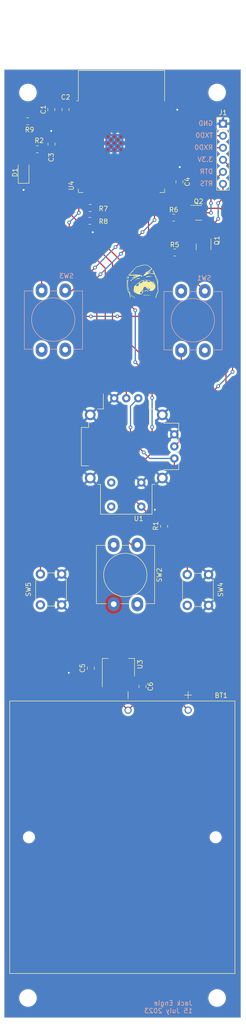
<source format=kicad_pcb>
(kicad_pcb (version 20221018) (generator pcbnew)
  (title_block (title "ESP32 Bluetooth Mouse (MKT C1)") (date "2023-07-15"))
  (layers (0 "F.Cu" signal) (31 "B.Cu" power) (34 "B.Paste" user) (35 "F.Paste" user) (36 "B.SilkS" user "B.Silkscreen") (37 "F.SilkS" user "F.Silkscreen") (38 "B.Mask" user) (39 "F.Mask" user) (44 "Edge.Cuts" user))
  (net 0 "")
  (net 1 "+3.3V")
  (net 2 "GND")
  (net 3 "/EN")
  (net 4 "/IO0")
  (net 5 "+BATT")
  (net 6 "Net-(J1-Pin_2)")
  (net 7 "Net-(Q1-B)")
  (net 8 "/RTS")
  (net 9 "Net-(Q2-B)")
  (net 10 "/DTR")
  (net 11 "unconnected-(R1-Pad2)")
  (net 12 "Net-(U1-H)")
  (net 13 "Net-(U1-V)")
  (net 14 "Net-(J1-Pin_3)")
  (net 15 "Net-(D1-A)")
  (net 16 "Net-(U4-IO2)")
  (net 17 "Net-(U4-IO4)")
  (net 18 "Net-(U4-IO15)")
  (footprint "Button_Switch_THT:SW_PUSH_6mm" (layer "F.Cu") (at 87.63 154.074 90)
    (fp_text reference "SW5" (at 3.25 -2.54 90) (layer "F.SilkS"))
    (fp_text value "SW_Push")
    (pad "1" thru_hole circle (at 0 0 180) (size 2 2) (drill 1.1) (layers "*.Cu" "*.Mask") (net 3 "/EN"))
    (pad "1" thru_hole circle (at 6.5 0 180) (size 2 2) (drill 1.1) (layers "*.Cu" "*.Mask") (net 3 "/EN"))
    (pad "2" thru_hole circle (at 0 4.5 180) (size 2 2) (drill 1.1) (layers "*.Cu" "*.Mask") (net 2 "GND"))
    (pad "2" thru_hole circle (at 6.5 4.5 180) (size 2 2) (drill 1.1) (layers "*.Cu" "*.Mask") (net 2 "GND"))
  )
  (footprint "Button_Switch_THT:SW_PUSH_6mm" (layer "F.Cu") (at 118.69 154.178 90)
    (fp_text reference "SW4" (at 3.302 7.04 90) (layer "F.SilkS"))
    (fp_text value "SW_Push")
    (pad "1" thru_hole circle (at 0 0 180) (size 2 2) (drill 1.1) (layers "*.Cu" "*.Mask") (net 4 "/IO0"))
    (pad "1" thru_hole circle (at 6.5 0 180) (size 2 2) (drill 1.1) (layers "*.Cu" "*.Mask") (net 4 "/IO0"))
    (pad "2" thru_hole circle (at 0 4.5 180) (size 2 2) (drill 1.1) (layers "*.Cu" "*.Mask") (net 2 "GND"))
    (pad "2" thru_hole circle (at 6.5 4.5 180) (size 2 2) (drill 1.1) (layers "*.Cu" "*.Mask") (net 2 "GND"))
  )
  (footprint "RF_Module:ESP32-WROOM-32D" (layer "F.Cu") (at 104.78 57.215)
    (fp_text reference "U4" (at -10.61 8.43 90) (layer "F.SilkS"))
    (fp_text value "ESP32-WROOM-32D")
    (pad "1" smd rect (at -8.75 -8.25) (size 1.5 0.9) (layers "F.Cu" "F.Paste" "F.Mask") (net 2 "GND"))
    (pad "2" smd rect (at -8.75 -6.98) (size 1.5 0.9) (layers "F.Cu" "F.Paste" "F.Mask") (net 1 "+3.3V"))
    (pad "3" smd rect (at -8.75 -5.71) (size 1.5 0.9) (layers "F.Cu" "F.Paste" "F.Mask") (net 3 "/EN"))
    (pad "4" smd rect (at -8.75 -4.44) (size 1.5 0.9) (layers "F.Cu" "F.Paste" "F.Mask"))
    (pad "5" smd rect (at -8.75 -3.17) (size 1.5 0.9) (layers "F.Cu" "F.Paste" "F.Mask"))
    (pad "6" smd rect (at -8.75 -1.9) (size 1.5 0.9) (layers "F.Cu" "F.Paste" "F.Mask") (net 13 "Net-(U1-V)"))
    (pad "7" smd rect (at -8.75 -0.63) (size 1.5 0.9) (layers "F.Cu" "F.Paste" "F.Mask") (net 12 "Net-(U1-H)"))
    (pad "8" smd rect (at -8.75 0.64) (size 1.5 0.9) (layers "F.Cu" "F.Paste" "F.Mask"))
    (pad "9" smd rect (at -8.75 1.91) (size 1.5 0.9) (layers "F.Cu" "F.Paste" "F.Mask"))
    (pad "10" smd rect (at -8.75 3.18) (size 1.5 0.9) (layers "F.Cu" "F.Paste" "F.Mask"))
    (pad "11" smd rect (at -8.75 4.45) (size 1.5 0.9) (layers "F.Cu" "F.Paste" "F.Mask"))
    (pad "12" smd rect (at -8.75 5.72) (size 1.5 0.9) (layers "F.Cu" "F.Paste" "F.Mask"))
    (pad "13" smd rect (at -8.75 6.99) (size 1.5 0.9) (layers "F.Cu" "F.Paste" "F.Mask"))
    (pad "14" smd rect (at -8.75 8.26) (size 1.5 0.9) (layers "F.Cu" "F.Paste" "F.Mask"))
    (pad "15" smd rect (at -5.71 9.51 90) (size 1.5 0.9) (layers "F.Cu" "F.Paste" "F.Mask") (net 2 "GND"))
    (pad "16" smd rect (at -4.44 9.51 90) (size 1.5 0.9) (layers "F.Cu" "F.Paste" "F.Mask") (net 11 "unconnected-(R1-Pad2)"))
    (pad "17" smd rect (at -3.17 9.51 90) (size 1.5 0.9) (layers "F.Cu" "F.Paste" "F.Mask"))
    (pad "18" smd rect (at -1.9 9.51 90) (size 1.5 0.9) (layers "F.Cu" "F.Paste" "F.Mask"))
    (pad "19" smd rect (at -0.63 9.51 90) (size 1.5 0.9) (layers "F.Cu" "F.Paste" "F.Mask"))
    (pad "20" smd rect (at 0.64 9.51 90) (size 1.5 0.9) (layers "F.Cu" "F.Paste" "F.Mask"))
    (pad "21" smd rect (at 1.91 9.51 90) (size 1.5 0.9) (layers "F.Cu" "F.Paste" "F.Mask"))
    (pad "22" smd rect (at 3.18 9.51 90) (size 1.5 0.9) (layers "F.Cu" "F.Paste" "F.Mask"))
    (pad "23" smd rect (at 4.45 9.51 90) (size 1.5 0.9) (layers "F.Cu" "F.Paste" "F.Mask") (net 18 "Net-(U4-IO15)"))
    (pad "24" smd rect (at 5.72 9.51 90) (size 1.5 0.9) (layers "F.Cu" "F.Paste" "F.Mask") (net 16 "Net-(U4-IO2)"))
    (pad "25" smd rect (at 8.75 8.26) (size 1.5 0.9) (layers "F.Cu" "F.Paste" "F.Mask") (net 4 "/IO0"))
    (pad "26" smd rect (at 8.75 6.99) (size 1.5 0.9) (layers "F.Cu" "F.Paste" "F.Mask") (net 17 "Net-(U4-IO4)"))
    (pad "27" smd rect (at 8.75 5.72) (size 1.5 0.9) (layers "F.Cu" "F.Paste" "F.Mask"))
    (pad "28" smd rect (at 8.75 4.45) (size 1.5 0.9) (layers "F.Cu" "F.Paste" "F.Mask"))
    (pad "29" smd rect (at 8.75 3.18) (size 1.5 0.9) (layers "F.Cu" "F.Paste" "F.Mask"))
    (pad "30" smd rect (at 8.75 1.91) (size 1.5 0.9) (layers "F.Cu" "F.Paste" "F.Mask"))
    (pad "31" smd rect (at 8.75 0.64) (size 1.5 0.9) (layers "F.Cu" "F.Paste" "F.Mask"))
    (pad "32" smd rect (at 8.75 -0.63) (size 1.5 0.9) (layers "F.Cu" "F.Paste" "F.Mask"))
    (pad "33" smd rect (at 8.75 -1.9) (size 1.5 0.9) (layers "F.Cu" "F.Paste" "F.Mask"))
    (pad "34" smd rect (at 8.75 -3.17) (size 1.5 0.9) (layers "F.Cu" "F.Paste" "F.Mask") (net 14 "Net-(J1-Pin_3)"))
    (pad "35" smd rect (at 8.75 -4.44) (size 1.5 0.9) (layers "F.Cu" "F.Paste" "F.Mask") (net 6 "Net-(J1-Pin_2)"))
    (pad "36" smd rect (at 8.75 -5.71) (size 1.5 0.9) (layers "F.Cu" "F.Paste" "F.Mask"))
    (pad "37" smd rect (at 8.75 -6.98) (size 1.5 0.9) (layers "F.Cu" "F.Paste" "F.Mask"))
    (pad "38" smd rect (at 8.75 -8.25) (size 1.5 0.9) (layers "F.Cu" "F.Paste" "F.Mask") (net 2 "GND"))
    (pad "39" smd rect (at -2.9 -1.93) (size 0.9 0.9) (layers "F.Cu" "F.Paste") (net 2 "GND"))
    (pad "39" thru_hole circle (at -2.9 -1.23) (size 0.6 0.6) (drill 0.2) (property pad_prop_heatsink) (layers "*.Cu" "F.Mask") (net 2 "GND"))
    (pad "39" smd rect (at -2.9 -0.53) (size 0.9 0.9) (layers "F.Cu" "F.Paste") (net 2 "GND"))
    (pad "39" thru_hole circle (at -2.9 0.17) (size 0.6 0.6) (drill 0.2) (property pad_prop_heatsink) (layers "*.Cu" "F.Mask") (net 2 "GND"))
    (pad "39" smd rect (at -2.9 0.87) (size 0.9 0.9) (layers "F.Cu" "F.Paste") (net 2 "GND"))
    (pad "39" thru_hole circle (at -2.2 -1.93) (size 0.6 0.6) (drill 0.2) (property pad_prop_heatsink) (layers "*.Cu" "F.Mask") (net 2 "GND"))
    (pad "39" thru_hole circle (at -2.2 -0.53) (size 0.6 0.6) (drill 0.2) (property pad_prop_heatsink) (layers "*.Cu" "F.Mask") (net 2 "GND"))
    (pad "39" thru_hole circle (at -2.2 0.87) (size 0.6 0.6) (drill 0.2) (property pad_prop_heatsink) (layers "*.Cu" "F.Mask") (net 2 "GND"))
    (pad "39" thru_hole circle (at -1.525 -1.23) (size 0.6 0.6) (drill 0.2) (property pad_prop_heatsink) (layers "*.Cu" "F.Mask") (net 2 "GND"))
    (pad "39" thru_hole circle (at -1.525 0.17) (size 0.6 0.6) (drill 0.2) (property pad_prop_heatsink) (layers "*.Cu" "F.Mask") (net 2 "GND"))
    (pad "39" smd rect (at -1.5 -1.93) (size 0.9 0.9) (layers "F.Cu" "F.Paste") (net 2 "GND"))
    (pad "39" smd rect (at -1.5 -0.53) (size 0.9 0.9) (layers "F.Cu" "F.Paste") (net 2 "GND"))
    (pad "39" smd rect (at -1.5 -0.53) (size 3.8 3.8) (layers "F.Cu" "F.Mask") (net 2 "GND"))
    (pad "39" smd rect (at -1.5 0.87) (size 0.9 0.9) (layers "F.Cu" "F.Paste") (net 2 "GND"))
    (pad "39" thru_hole circle (at -0.8 -1.93) (size 0.6 0.6) (drill 0.2) (property pad_prop_heatsink) (layers "*.Cu" "F.Mask") (net 2 "GND"))
    (pad "39" thru_hole circle (at -0.8 -0.53) (size 0.6 0.6) (drill 0.2) (property pad_prop_heatsink) (layers "*.Cu" "F.Mask") (net 2 "GND"))
    (pad "39" thru_hole circle (at -0.8 0.87) (size 0.6 0.6) (drill 0.2) (property pad_prop_heatsink) (layers "*.Cu" "F.Mask") (net 2 "GND"))
    (pad "39" smd rect (at -0.1 -1.93) (size 0.9 0.9) (layers "F.Cu" "F.Paste") (net 2 "GND"))
    (pad "39" thru_hole circle (at -0.1 -1.23) (size 0.6 0.6) (drill 0.2) (property pad_prop_heatsink) (layers "*.Cu" "F.Mask") (net 2 "GND"))
    (pad "39" smd rect (at -0.1 -0.53) (size 0.9 0.9) (layers "F.Cu" "F.Paste") (net 2 "GND"))
    (pad "39" thru_hole circle (at -0.1 0.17) (size 0.6 0.6) (drill 0.2) (property pad_prop_heatsink) (layers "*.Cu" "F.Mask") (net 2 "GND"))
    (pad "39" smd rect (at -0.1 0.87) (size 0.9 0.9) (layers "F.Cu" "F.Paste") (net 2 "GND"))
  )
  (footprint "Package_TO_SOT_SMD:SOT-23" (layer "F.Cu") (at 121.086 71.374)
    (fp_text reference "Q2" (at 0 -2.4) (layer "F.SilkS"))
    (fp_text value "NPN")
    (pad "1" smd roundrect (at -0.9375 -0.95) (size 1.475 0.6) (layers "F.Cu" "F.Paste" "F.Mask") (net 4 "/IO0"))
    (pad "2" smd roundrect (at -0.9375 0.95) (size 1.475 0.6) (layers "F.Cu" "F.Paste" "F.Mask") (net 9 "Net-(Q2-B)"))
    (pad "3" smd roundrect (at 0.9375 0) (size 1.475 0.6) (layers "F.Cu" "F.Paste" "F.Mask") (net 10 "/DTR"))
  )
  (footprint "Capacitor_SMD:C_0805_2012Metric" (layer "F.Cu") (at 98.298 167.422 -90)
    (fp_text reference "C5" (at 0 1.778 90) (layer "F.SilkS"))
    (fp_text value "100uF")
    (pad "1" smd roundrect (at -0.95 0 270) (size 1 1.45) (layers "F.Cu" "F.Paste" "F.Mask") (net 1 "+3.3V"))
    (pad "2" smd roundrect (at 0.95 0 270) (size 1 1.45) (layers "F.Cu" "F.Paste" "F.Mask") (net 2 "GND"))
  )
  (footprint "LOGO" (layer "F.Cu") (at 109.0422 85.8012)
    (fp_text reference "G***" hide)
    (fp_text value "LOGO" hide)
  )
  (footprint "MountingHole:MountingHole_3.2mm_M3" (layer "F.Cu") (at 85 46)
    (fp_text reference "H1")
    (fp_text value "MountingHole")
    (pad "" np_thru_hole circle (at 0 0) (size 3.2 3.2) (drill 3.2) (layers "*.Cu" "*.Mask"))
  )
  (footprint "Resistor_SMD:R_0805_2012Metric" (layer "F.Cu") (at 98.0875 73.075)
    (fp_text reference "R8" (at 2.8625 0.125) (layer "F.SilkS"))
    (fp_text value "10kΩ" hide)
    (pad "1" smd roundrect (at -0.9125 0) (size 1.025 1.4) (layers "F.Cu" "F.Paste" "F.Mask") (roundrect_rratio 0.243902439) (net 13 "Net-(U1-V)"))
    (pad "2" smd roundrect (at 0.9125 0) (size 1.025 1.4) (layers "F.Cu" "F.Paste" "F.Mask") (roundrect_rratio 0.243902439) (net 2 "GND"))
  )
  (footprint "Capacitor_SMD:C_0805_2012Metric" (layer "F.Cu") (at 89.936 49.596 90)
    (fp_text reference "C1" (at 0 -1.68 90) (layer "F.SilkS"))
    (fp_text value "0.1uF")
    (pad "1" smd roundrect (at -0.95 0 90) (size 1 1.45) (layers "F.Cu" "F.Paste" "F.Mask") (net 1 "+3.3V"))
    (pad "2" smd roundrect (at 0.95 0 90) (size 1 1.45) (layers "F.Cu" "F.Paste" "F.Mask") (net 2 "GND"))
  )
  (footprint "MountingHole:MountingHole_3.2mm_M3" (layer "F.Cu") (at 85 237)
    (fp_text reference "H3")
    (fp_text value "MountingHole")
    (pad "" np_thru_hole circle (at 0 0) (size 3.2 3.2) (drill 3.2) (layers "*.Cu" "*.Mask"))
  )
  (footprint "LED_SMD:LED_1206_3216Metric" (layer "F.Cu") (at 84.074 62.868 90)
    (fp_text reference "D1" (at 0 -1.82 90) (layer "F.SilkS"))
    (fp_text value "LED")
    (pad "1" smd roundrect (at -1.4 0 90) (size 1.25 1.75) (layers "F.Cu" "F.Paste" "F.Mask") (roundrect_rratio 0.2) (net 2 "GND"))
    (pad "2" smd roundrect (at 1.4 0 90) (size 1.25 1.75) (layers "F.Cu" "F.Paste" "F.Mask") (roundrect_rratio 0.2) (net 15 "Net-(D1-A)"))
  )
  (footprint "MountingHole:MountingHole_3.2mm_M3" (layer "F.Cu") (at 125 46)
    (fp_text reference "H2")
    (fp_text value "MountingHole")
    (pad "" np_thru_hole circle (at 0 0) (size 3.2 3.2) (drill 3.2) (layers "*.Cu" "*.Mask"))
  )
  (footprint "Resistor_SMD:R_0805_2012Metric" (layer "F.Cu") (at 84.9335 52.07 180)
    (fp_text reference "R9" (at -0.4105 -1.778) (layer "F.SilkS"))
    (fp_text value "220Ω")
    (pad "1" smd roundrect (at -0.9125 0 180) (size 1.025 1.4) (layers "F.Cu" "F.Paste" "F.Mask") (roundrect_rratio 0.243902439) (net 1 "+3.3V"))
    (pad "2" smd roundrect (at 0.9125 0 180) (size 1.025 1.4) (layers "F.Cu" "F.Paste" "F.Mask") (roundrect_rratio 0.243902439) (net 15 "Net-(D1-A)"))
  )
  (footprint "Connector_PinHeader_2.54mm:PinHeader_1x06_P2.54mm_Vertical" (layer "F.Cu") (at 126.238 52.578)
    (fp_text reference "J1" (at 0 -2.33) (layer "F.SilkS"))
    (fp_text value "Conn_01x06")
    (pad "1" thru_hole rect (at 0 0) (size 1.7 1.7) (drill 1) (layers "*.Cu" "*.Mask") (net 2 "GND"))
    (pad "2" thru_hole oval (at 0 2.54) (size 1.7 1.7) (drill 1) (layers "*.Cu" "*.Mask") (net 6 "Net-(J1-Pin_2)"))
    (pad "3" thru_hole oval (at 0 5.08) (size 1.7 1.7) (drill 1) (layers "*.Cu" "*.Mask") (net 14 "Net-(J1-Pin_3)"))
    (pad "4" thru_hole oval (at 0 7.62) (size 1.7 1.7) (drill 1) (layers "*.Cu" "*.Mask") (net 1 "+3.3V"))
    (pad "5" thru_hole oval (at 0 10.16) (size 1.7 1.7) (drill 1) (layers "*.Cu" "*.Mask") (net 10 "/DTR"))
    (pad "6" thru_hole oval (at 0 12.7) (size 1.7 1.7) (drill 1) (layers "*.Cu" "*.Mask") (net 8 "/RTS"))
  )
  (footprint "COM-09032:XDCR_COM-09032" (layer "F.Cu") (at 105.791 120.65 180)
    (fp_text reference "U1" (at -2.625 -15.235) (layer "F.SilkS"))
    (fp_text value "COM-09032")
    (pad "B1A" thru_hole circle (at -3.175 -12.7 180) (size 1.778 1.778) (drill 0.9) (layers "*.Cu" "*.Mask") (net 11 "unconnected-(R1-Pad2)"))
    (pad "B1B" thru_hole circle (at 3.175 -12.7 180) (size 1.778 1.778) (drill 0.9) (layers "*.Cu" "*.Mask"))
    (pad "B2A" thru_hole circle (at -3.175 -7.62 180) (size 1.778 1.778) (drill 0.9) (layers "*.Cu" "*.Mask") (net 2 "GND"))
    (pad "B2B" thru_hole circle (at 3.175 -7.62 180) (size 1.778 1.778) (drill 0.9) (layers "*.Cu" "*.Mask"))
    (pad "H1" thru_hole circle (at -2.54 10.16 180) (size 1.778 1.778) (drill 0.889) (layers "*.Cu" "*.Mask") (net 1 "+3.3V"))
    (pad "H2" thru_hole circle (at 0 10.16 180) (size 1.778 1.778) (drill 0.889) (layers "*.Cu" "*.Mask") (net 12 "Net-(U1-H)"))
    (pad "H3" thru_hole circle (at 2.54 10.16 180) (size 1.778 1.778) (drill 0.889) (layers "*.Cu" "*.Mask") (net 2 "GND"))
    (pad "S1" thru_hole circle (at -7.62 -6.6675 180) (size 2.286 2.286) (drill 1.397) (layers "*.Cu" "*.Mask") (net 2 "GND"))
    (pad "S2" thru_hole circle (at -7.62 6.6675 180) (size 2.286 2.286) (drill 1.397) (layers "*.Cu" "*.Mask") (net 2 "GND"))
    (pad "S3" thru_hole circle (at 7.62 6.6675 180) (size 2.286 2.286) (drill 1.397) (layers "*.Cu" "*.Mask") (net 2 "GND"))
    (pad "S4" thru_hole circle (at 7.62 -6.6675 180) (size 2.286 2.286) (drill 1.397) (layers "*.Cu" "*.Mask") (net 2 "GND"))
    (pad "V1" thru_hole circle (at -10.16 -2.54 180) (size 1.778 1.778) (drill 0.889) (layers "*.Cu" "*.Mask") (net 1 "+3.3V"))
    (pad "V2" thru_hole circle (at -10.16 0 180) (size 1.778 1.778) (drill 0.889) (layers "*.Cu" "*.Mask") (net 13 "Net-(U1-V)"))
    (pad "V3" thru_hole circle (at -10.16 2.54 180) (size 1.778 1.778) (drill 0.889) (layers "*.Cu" "*.Mask") (net 2 "GND"))
  )
  (footprint "Resistor_SMD:R_0805_2012Metric" (layer "F.Cu") (at 98.1475 70.358)
    (fp_text reference "R7" (at 2.8025 0.142) (layer "F.SilkS"))
    (fp_text value "10kΩ")
    (pad "1" smd roundrect (at -0.9125 0) (size 1.025 1.4) (layers "F.Cu" "F.Paste" "F.Mask") (roundrect_rratio 0.243902439) (net 12 "Net-(U1-H)"))
    (pad "2" smd roundrect (at 0.9125 0) (size 1.025 1.4) (layers "F.Cu" "F.Paste" "F.Mask") (roundrect_rratio 0.243902439) (net 2 "GND"))
  )
  (footprint "Resistor_SMD:R_0805_2012Metric" (layer "F.Cu") (at 115.824 72.39)
    (fp_text reference "R6" (at 0 -1.65) (layer "F.SilkS"))
    (fp_text value "10kΩ")
    (pad "1" smd roundrect (at -0.9125 0) (size 1.025 1.4) (layers "F.Cu" "F.Paste" "F.Mask") (roundrect_rratio 0.243902439) (net 8 "/RTS"))
    (pad "2" smd roundrect (at 0.9125 0) (size 1.025 1.4) (layers "F.Cu" "F.Paste" "F.Mask") (roundrect_rratio 0.243902439) (net 9 "Net-(Q2-B)"))
  )
  (footprint "Resistor_SMD:R_0805_2012Metric" (layer "F.Cu") (at 113.792 137.5175 90)
    (fp_text reference "R1" (at 0.1035 -1.778 90) (layer "F.SilkS"))
    (fp_text value "2.2kΩ")
    (pad "1" smd roundrect (at -0.9125 0 90) (size 1.025 1.4) (layers "F.Cu" "F.Paste" "F.Mask") (roundrect_rratio 0.243902439) (net 1 "+3.3V"))
    (pad "2" smd roundrect (at 0.9125 0 90) (size 1.025 1.4) (layers "F.Cu" "F.Paste" "F.Mask") (roundrect_rratio 0.243902439) (net 11 "unconnected-(R1-Pad2)"))
  )
  (footprint "MountingHole:MountingHole_3.2mm_M3" (layer "F.Cu") (at 125 237)
    (fp_text reference "H4")
    (fp_text value "MountingHole")
    (pad "" np_thru_hole circle (at 0 0) (size 3.2 3.2) (drill 3.2) (layers "*.Cu" "*.Mask"))
  )
  (footprint "Button_Switch_THT:SW_PUSH-12mm_Wuerth-430476085716" (layer "F.Cu") (at 108.124 141.424 -90)
    (fp_text reference "SW2" (at 6.35 -4.66 90) (layer "F.SilkS"))
    (fp_text value "SW_Push")
    (pad "1" thru_hole oval (at 0 0 270) (size 3 2.5) (drill 1.2) (layers "*.Cu" "*.Mask") (net 17 "Net-(U4-IO4)"))
    (pad "1" thru_hole oval (at 12.5 0 270) (size 3 2.5) (drill 1.2) (layers "*.Cu" "*.Mask") (net 17 "Net-(U4-IO4)"))
    (pad "2" thru_hole oval (at 0 5 270) (size 3 2.5) (drill 1.2) (layers "*.Cu" "*.Mask") (net 1 "+3.3V"))
    (pad "2" thru_hole oval (at 12.5 5 270) (size 3 2.5) (drill 1.2) (layers "*.Cu" "*.Mask") (net 1 "+3.3V"))
  )
  (footprint "Capacitor_SMD:C_0805_2012Metric" (layer "F.Cu") (at 89.977 56.896 90)
    (fp_text reference "C3" (at -2.794 -0.061 90) (layer "F.SilkS"))
    (fp_text value "0.1uF")
    (pad "1" smd roundrect (at -0.95 0 90) (size 1 1.45) (layers "F.Cu" "F.Paste" "F.Mask") (net 3 "/EN"))
    (pad "2" smd roundrect (at 0.95 0 90) (size 1 1.45) (layers "F.Cu" "F.Paste" "F.Mask") (net 2 "GND"))
  )
  (footprint "Package_TO_SOT_SMD:SOT-223-3_TabPin2" (layer "F.Cu") (at 104.126 167.284 90)
    (fp_text reference "U3" (at 0.66 4.586 90) (layer "F.SilkS"))
    (fp_text value "LM1117MP-3.3")
    (pad "1" smd rect (at -3.15 -2.3 90) (size 2 1.5) (layers "F.Cu" "F.Paste" "F.Mask") (net 2 "GND"))
    (pad "2" smd rect (at -3.15 0 90) (size 2 1.5) (layers "F.Cu" "F.Paste" "F.Mask") (net 1 "+3.3V"))
    (pad "2" smd rect (at 3.15 0 90) (size 2 3.8) (layers "F.Cu" "F.Paste" "F.Mask") (net 1 "+3.3V"))
    (pad "3" smd rect (at -3.15 2.3 90) (size 2 1.5) (layers "F.Cu" "F.Paste" "F.Mask") (net 5 "+BATT"))
  )
  (footprint "Capacitor_SMD:C_0805_2012Metric" (layer "F.Cu") (at 92.946 49.596 90)
    (fp_text reference "C2" (at 2.606 0.018) (layer "F.SilkS"))
    (fp_text value "22uF")
    (pad "1" smd roundrect (at -0.95 0 90) (size 1 1.45) (layers "F.Cu" "F.Paste" "F.Mask") (net 1 "+3.3V"))
    (pad "2" smd roundrect (at 0.95 0 90) (size 1 1.45) (layers "F.Cu" "F.Paste" "F.Mask") (net 2 "GND"))
  )
  (footprint "Resistor_SMD:R_0805_2012Metric" (layer "F.Cu") (at 86.9715 57.978)
    (fp_text reference "R2" (at 0.4045 -1.844) (layer "F.SilkS"))
    (fp_text value "10kΩ")
    (pad "1" smd roundrect (at -0.9125 0) (size 1.025 1.4) (layers "F.Cu" "F.Paste" "F.Mask") (roundrect_rratio 0.243902439) (net 1 "+3.3V"))
    (pad "2" smd roundrect (at 0.9125 0) (size 1.025 1.4) (layers "F.Cu" "F.Paste" "F.Mask") (roundrect_rratio 0.243902439) (net 3 "/EN"))
  )
  (footprint "Package_TO_SOT_SMD:SOT-23" (layer "F.Cu") (at 122.134428 78.5645 -90)
    (fp_text reference "Q1" (at -1.3485 -2.833572 90) (layer "F.SilkS"))
    (fp_text value "NPN")
    (pad "1" smd roundrect (at -0.9375 -0.95 270) (size 1.475 0.6) (layers "F.Cu" "F.Paste" "F.Mask") (net 3 "/EN"))
    (pad "2" smd roundrect (at -0.9375 0.95 270) (size 1.475 0.6) (layers "F.Cu" "F.Paste" "F.Mask") (net 7 "Net-(Q1-B)"))
    (pad "3" smd roundrect (at 0.9375 0 270) (size 1.475 0.6) (layers "F.Cu" "F.Paste" "F.Mask") (net 8 "/RTS"))
  )
  (footprint "Resistor_SMD:R_0805_2012Metric" (layer "F.Cu") (at 116.031 79.756)
    (fp_text reference "R5" (at 0 -1.65) (layer "F.SilkS"))
    (fp_text value "10kΩ")
    (pad "1" smd roundrect (at -0.9125 0) (size 1.025 1.4) (layers "F.Cu" "F.Paste" "F.Mask") (roundrect_rratio 0.243902439) (net 10 "/DTR"))
    (pad "2" smd roundrect (at 0.9125 0) (size 1.025 1.4) (layers "F.Cu" "F.Paste" "F.Mask") (roundrect_rratio 0.243902439) (net 7 "Net-(Q1-B)"))
  )
  (footprint "Capacitor_SMD:C_0805_2012Metric" (layer "F.Cu") (at 117.033 64.836 -90)
    (fp_text reference "C4" (at 0 -1.68 90) (layer "F.SilkS"))
    (fp_text value "0.1uF")
    (pad "1" smd roundrect (at -0.95 0 270) (size 1 1.45) (layers "F.Cu" "F.Paste" "F.Mask") (net 2 "GND"))
    (pad "2" smd roundrect (at 0.95 0 270) (size 1 1.45) (layers "F.Cu" "F.Paste" "F.Mask") (net 4 "/IO0"))
  )
  (footprint "BA3AAPC-UL94V-0:BAT_BA3AAPC-UL94V-0" (layer "F.Cu") (at 104.952 203.096 -90)
    (fp_text reference "BT1" (at -29.9188 -20.905) (layer "F.SilkS"))
    (fp_text value "Battery")
    (pad "" np_thru_hole circle (at 0 -19.74 270) (size 2.03 2.03) (drill 2.03) (layers "*.Cu" "*.Mask"))
    (pad "" np_thru_hole circle (at 0 19.74 270) (size 2.03 2.03) (drill 2.03) (layers "*.Cu" "*.Mask"))
    (pad "+" thru_hole circle (at -26.82 -13.92 270) (size 1.53 1.53) (drill 1.02) (layers "*.Cu" "*.Mask"))
    (pad "-" thru_hole circle (at -26.82 -1.22 270) (size 1.53 1.53) (drill 1.02) (layers "*.Cu" "*.Mask"))
  )
  (footprint "Capacitor_SMD:C_0805_2012Metric" (layer "F.Cu") (at 109.22 171.298 -90)
    (fp_text reference "C6" (at 0 -1.68 90) (layer "F.SilkS"))
    (fp_text value "10uF")
    (pad "1" smd roundrect (at -0.95 0 270) (size 1 1.45) (layers "F.Cu" "F.Paste" "F.Mask") (net 5 "+BATT"))
    (pad "2" smd roundrect (at 0.95 0 270) (size 1 1.45) (layers "F.Cu" "F.Paste" "F.Mask") (net 2 "GND"))
  )
  (footprint "Button_Switch_THT:SW_PUSH-12mm_Wuerth-430476085716" (layer "B.Cu") (at 92.8878 100.2538 90)
    (fp_text reference "SW3" (at 15.548 0.254) (layer "B.SilkS") (effects (justify mirror)))
    (fp_text value "SW_Push")
    (pad "1" thru_hole oval (at 0 0 90) (size 3 2.5) (drill 1.2) (layers "*.Cu" "*.Mask") (net 18 "Net-(U4-IO15)"))
    (pad "1" thru_hole oval (at 12.5 0 90) (size 3 2.5) (drill 1.2) (layers "*.Cu" "*.Mask") (net 18 "Net-(U4-IO15)"))
    (pad "2" thru_hole oval (at 0 -5 90) (size 3 2.5) (drill 1.2) (layers "*.Cu" "*.Mask") (net 1 "+3.3V"))
    (pad "2" thru_hole oval (at 12.5 -5 90) (size 3 2.5) (drill 1.2) (layers "*.Cu" "*.Mask") (net 1 "+3.3V"))
  )
  (footprint "Button_Switch_THT:SW_PUSH-12mm_Wuerth-430476085716" (layer "B.Cu") (at 122.4026 100.384 90)
    (fp_text reference "SW1" (at 15.2432 -0.1524) (layer "B.SilkS") (effects (justify mirror)))
    (fp_text value "SW_Push")
    (pad "1" thru_hole oval (at 0 0 90) (size 3 2.5) (drill 1.2) (layers "*.Cu" "*.Mask") (net 16 "Net-(U4-IO2)"))
    (pad "1" thru_hole oval (at 12.5 0 90) (size 3 2.5) (drill 1.2) (layers "*.Cu" "*.Mask") (net 16 "Net-(U4-IO2)"))
    (pad "2" thru_hole oval (at 0 -5 90) (size 3 2.5) (drill 1.2) (layers "*.Cu" "*.Mask") (net 1 "+3.3V"))
    (pad "2" thru_hole oval (at 12.5 -5 90) (size 3 2.5) (drill 1.2) (layers "*.Cu" "*.Mask") (net 1 "+3.3V"))
  )
  (gr_rect (start 80 41.148) (end 130 241.148) (stroke (width 0.1)) (fill none) (layer "Edge.Cuts"))
  (gr_text "GND" (at 124.206 53.086) (layer "B.SilkS") (effects (font (size 1 1)) (justify left bottom mirror)))
  (gr_text "DTR" (at 124.206 63.246) (layer "B.SilkS") (effects (font (size 1 1)) (justify left bottom mirror)))
  (gr_text "TXD0" (at 124.206 55.626) (layer "B.SilkS") (effects (font (size 1 1)) (justify left bottom mirror)))
  (gr_text "RTS" (at 124.206 65.786) (layer "B.SilkS") (effects (font (size 1 1)) (justify left bottom mirror)))
  (gr_text "RXD0" (at 124.206 58.166) (layer "B.SilkS") (effects (font (size 1 1)) (justify left bottom mirror)))
  (gr_text "3.3V" (at 124.206 60.706) (layer "B.SilkS") (effects (font (size 1 1)) (justify left bottom mirror)))
  (gr_text "Jack Engle\n15 July 2023" (at 119.888 240.284) (layer "B.SilkS") (effects (font (size 1 1)) (justify left bottom mirror)))
  (segment (start 86.059 78.1304) (end 86.059 78.8378) (width 0.25) (layer "F.Cu") (net 1))
  (segment (start 104.126 165.34) (end 104.126 164.134) (width 0.25) (layer "F.Cu") (net 1))
  (segment (start 106.68 116.6114) (end 106.68 119.126) (width 0.25) (layer "F.Cu") (net 1))
  (segment (start 115.951 135.128) (end 115.951 123.19) (width 0.25) (layer "F.Cu") (net 1))
  (segment (start 120.396 130.683) (end 120.396 112.776) (width 0.25) (layer "F.Cu") (net 1))
  (segment (start 83.3882 81.5086) (end 83.3882 156.8412) (width 0.25) (layer "F.Cu") (net 1))
  (segment (start 92.946 50.546) (end 89.936 50.546) (width 0.25) (layer "F.Cu") (net 1))
  (segment (start 96.012 161.036) (end 87.583 161.036) (width 0.25) (layer "F.Cu") (net 1))
  (segment (start 104.126 165.34) (end 104.126 170.434) (width 0.25) (layer "F.Cu") (net 1))
  (segment (start 87.8878 87.7538) (end 87.8878 84.836) (width 0.25) (layer "F.Cu") (net 1))
  (segment (start 128.27 104.902) (end 128.27 62.484) (width 0.25) (layer "F.Cu") (net 1))
  (segment (start 86.059 57.978) (end 86.059 56.134) (width 0.25) (layer "F.Cu") (net 1))
  (segment (start 86.059 57.978) (end 86.059 77.724) (width 0.25) (layer "F.Cu") (net 1))
  (segment (start 87.8878 84.836) (end 86.059 83.0072) (width 0.25) (layer "F.Cu") (net 1))
  (segment (start 86.059 78.8378) (end 83.3882 81.5086) (width 0.25) (layer "F.Cu") (net 1))
  (segment (start 86.059 56.134) (end 86.059 54.864) (width 0.25) (layer "F.Cu") (net 1))
  (segment (start 89.936 50.546) (end 87.37 50.546) (width 0.25) (layer "F.Cu") (net 1))
  (segment (start 115.951 155.575) (end 115.951 135.128) (width 0.25) (layer "F.Cu") (net 1))
  (segment (start 115.951 135.128) (end 120.396 130.683) (width 0.25) (layer "F.Cu") (net 1))
  (segment (start 97.409 159.639) (end 103.124 153.924) (width 0.25) (layer "F.Cu") (net 1))
  (segment (start 96.025 50.312) (end 94.468 50.312) (width 0.25) (layer "F.Cu") (net 1))
  (segment (start 103.124 153.924) (end 113.792 143.256) (width 0.25) (layer "F.Cu") (net 1))
  (segment (start 128.27 62.23) (end 128.27 62.484) (width 0.25) (layer "F.Cu") (net 1))
  (segment (start 104.126 164.134) (end 107.392 164.134) (width 0.25) (layer "F.Cu") (net 1))
  (segment (start 113.792 143.256) (end 113.792 138.43) (width 0.25) (layer "F.Cu") (net 1))
  (segment (start 106.68 119.126) (end 109.474 121.92) (width 0.25) (layer "F.Cu") (net 1))
  (segment (start 89.936 50.987) (end 86.059 54.864) (width 0.25) (layer "F.Cu") (net 1))
  (segment (start 86.059 77.724) (end 86.059 78.1304) (width 0.25) (layer "F.Cu") (net 1))
  (segment (start 96.012 161.036) (end 97.409 159.639) (width 0.25) (layer "F.Cu") (net 1))
  (segment (start 98.298 166.472) (end 103.022 166.472) (width 0.25) (layer "F.Cu") (net 1))
  (segment (start 86.059 78.1304) (end 86.059 83.0072) (width 0.25) (layer "F.Cu") (net 1))
  (segment (start 87.583 161.036) (end 86.1714 159.6244) (width 0.25) (layer "F.Cu") (net 1))
  (segment (start 94.234 50.546) (end 92.946 50.546) (width 0.25) (layer "F.Cu") (net 1))
  (segment (start 120.396 109.982) (end 117.428 107.014) (width 0.25) (layer "F.Cu") (net 1))
  (segment (start 120.396 112.776) (end 120.396 109.982) (width 0.25) (layer "F.Cu") (net 1))
  (segment (start 94.468 50.312) (end 94.234 50.546) (width 0.25) (layer "F.Cu") (net 1))
  (segment (start 89.936 50.546) (end 89.936 50.987) (width 0.25) (layer "F.Cu") (net 1))
  (segment (start 125.222 107.95) (end 120.396 112.776) (width 0.25) (layer "F.Cu") (net 1))
  (segment (start 83.3882 156.8412) (end 86.1714 159.6244) (width 0.25) (layer "F.Cu") (net 1))
  (segment (start 103.022 166.472) (end 104.14 165.354) (width 0.25) (layer "F.Cu") (net 1))
  (segment (start 117.428 107.014) (end 117.428 100.384) (width 0.25) (layer "F.Cu") (net 1))
  (segment (start 107.392 164.134) (end 115.951 155.575) (width 0.25) (layer "F.Cu") (net 1))
  (segment (start 126.238 60.198) (end 128.27 62.23) (width 0.25) (layer "F.Cu") (net 1))
  (segment (start 87.37 50.546) (end 85.846 52.07) (width 0.25) (layer "F.Cu") (net 1))
  (segment (start 86.1714 159.6244) (end 86.059 159.512) (width 0.25) (layer "F.Cu") (net 1))
  (via (at 128.27 104.902) (size 0.8) (drill 0.4) (layers "F.Cu" "B.Cu") (net 1))
  (via (at 106.68 116.6114) (size 0.8) (drill 0.4) (layers "F.Cu" "B.Cu") (net 1))
  (via (at 109.474 121.92) (size 0.8) (drill 0.4) (layers "F.Cu" "B.Cu") (net 1))
  (via (at 125.222 107.95) (size 0.8) (drill 0.4) (layers "F.Cu" "B.Cu") (net 1))
  (segment (start 109.474 121.92) (end 110.744 123.19) (width 0.25) (layer "B.Cu") (net 1))
  (segment (start 110.744 123.19) (end 115.951 123.19) (width 0.25) (layer "B.Cu") (net 1))
  (segment (start 106.68 116.6114) (end 106.68 112.141) (width 0.25) (layer "B.Cu") (net 1))
  (segment (start 106.68 112.141) (end 108.331 110.49) (width 0.25) (layer "B.Cu") (net 1))
  (segment (start 125.222 107.95) (end 128.27 104.902) (width 0.25) (layer "B.Cu") (net 1))
  (segment (start 92.946 48.646) (end 89.936 48.646) (width 0.25) (layer "F.Cu") (net 2))
  (segment (start 100.36 170.434) (end 98.298 168.372) (width 0.25) (layer "F.Cu") (net 2))
  (segment (start 96.755 49.042) (end 102.57 54.857) (width 0.25) (layer "F.Cu") (net 2))
  (segment (start 101.826 170.434) (end 100.36 170.434) (width 0.25) (layer "F.Cu") (net 2))
  (segment (start 109.22 172.248) (end 109.22 173.228) (width 0.25) (layer "F.Cu") (net 2))
  (segment (start 99.065 66.802) (end 99.065 73.01) (width 0.25) (layer "F.Cu") (net 2))
  (segment (start 96.025 49.042) (end 96.755 49.042) (width 0.25) (layer "F.Cu") (net 2))
  (segment (start 99 73.075) (end 99 75.175) (width 0.25) (layer "F.Cu") (net 2))
  (segment (start 111.435 49.042) (end 105.62 54.857) (width 0.25) (layer "F.Cu") (net 2))
  (segment (start 99.065 66.802) (end 99.065 61.412) (width 0.25) (layer "F.Cu") (net 2))
  (segment (start 89.977 54.163) (end 89.916 54.102) (width 0.25) (layer "F.Cu") (net 2))
  (segment (start 93.068 48.768) (end 92.946 48.646) (width 0.25) (layer "F.Cu") (net 2))
  (segment (start 115.992 49.042) (end 116.575 49.625) (width 0.25) (layer "F.Cu") (net 2))
  (segment (start 89.977 55.946) (end 89.977 54.163) (width 0.25) (layer "F.Cu") (net 2))
  (segment (start 94.508 49.042) (end 94.234 48.768) (width 0.25) (layer "F.Cu") (net 2))
  (segment (start 99.065 73.01) (end 99 73.075) (width 0.25) (layer "F.Cu") (net 2))
  (segment (start 109.22 173.228) (end 106.172 176.276) (width 0.25) (layer "F.Cu") (net 2))
  (segment (start 117.033 61.783) (end 117.094 61.722) (width 0.25) (layer "F.Cu") (net 2))
  (segment (start 101.826 171.93) (end 101.826 170.434) (width 0.25) (layer "F.Cu") (net 2))
  (segment (start 96.025 49.042) (end 94.508 49.042) (width 0.25) (layer "F.Cu") (net 2))
  (segment (start 113.525 49.042) (end 115.992 49.042) (width 0.25) (layer "F.Cu") (net 2))
  (segment (start 84.074 64.268) (end 84.074 66.548) (width 0.25) (layer "F.Cu") (net 2))
  (segment (start 99.065 61.412) (end 102.57 57.907) (width 0.25) (layer "F.Cu") (net 2))
  (segment (start 113.525 49.042) (end 111.435 49.042) (width 0.25) (layer "F.Cu") (net 2))
  (segment (start 98.298 168.372) (end 93.653 168.372) (width 0.25) (layer "F.Cu") (net 2))
  (segment (start 94.234 48.768) (end 93.068 48.768) (width 0.25) (layer "F.Cu") (net 2))
  (segment (start 99 75.175) (end 98.7 75.475) (width 0.25) (layer "F.Cu") (net 2))
  (segment (start 106.172 176.276) (end 101.826 171.93) (width 0.25) (layer "F.Cu") (net 2))
  (segment (start 117.033 63.886) (end 117.033 61.783) (width 0.25) (layer "F.Cu") (net 2))
  (via (at 98.7 75.475) (size 0.8) (drill 0.4) (layers "F.Cu" "B.Cu") (net 2))
  (via (at 93.625 168.4) (size 0.8) (drill 0.4) (layers "F.Cu" "B.Cu") (net 2))
  (via (at 89.916 54.102) (size 0.8) (drill 0.4) (layers "F.Cu" "B.Cu") (net 2))
  (via (at 117.094 61.722) (size 0.8) (drill 0.4) (layers "F.Cu" "B.Cu") (net 2))
  (via (at 116.575 49.625) (size 0.8) (drill 0.4) (layers "F.Cu" "B.Cu") (net 2))
  (via (at 84.074 66.548) (size 0.8) (drill 0.4) (layers "F.Cu" "B.Cu") (net 2))
  (segment (start 93.98 52.627) (end 93.98 53.848) (width 0.25) (layer "F.Cu") (net 3))
  (segment (start 123.084428 77.627) (end 123.093 77.627) (width 0.25) (layer "F.Cu") (net 3))
  (segment (start 95.025 51.582) (end 93.98 52.627) (width 0.25) (layer "F.Cu") (net 3))
  (segment (start 89.977 57.846) (end 88.016 57.846) (width 0.25) (layer "F.Cu") (net 3))
  (segment (start 124.714 91.186) (end 124.714 79.248) (width 0.25) (layer "F.Cu") (net 3))
  (segment (start 90.043 57.912) (end 90.043 96.52) (width 0.25) (layer "F.Cu") (net 3))
  (segment (start 87.63 111.76) (end 87.63 147.574) (width 0.25) (layer "F.Cu") (net 3))
  (segment (start 98.298 93.218) (end 93.345 93.218) (width 0.25) (layer "F.Cu") (net 3))
  (segment (start 123.093 77.627) (end 124.714 79.248) (width 0.25) (layer "F.Cu") (net 3))
  (segment (start 122.682 93.218) (end 124.714 91.186) (width 0.25) (layer "F.Cu") (net 3))
  (segment (start 88.016 57.846) (end 87.884 57.978) (width 0.25) (layer "F.Cu") (net 3))
  (segment (start 103.886 93.218) (end 122.682 93.218) (width 0.25) (layer "F.Cu") (net 3))
  (segment (start 93.345 93.218) (end 90.043 96.52) (width 0.25) (layer "F.Cu") (net 3))
  (segment (start 96.025 51.582) (end 95.025 51.582) (width 0.25) (layer "F.Cu") (net 3))
  (segment (start 93.98 53.848) (end 89.982 57.846) (width 0.25) (layer "F.Cu") (net 3))
  (segment (start 89.977 57.846) (end 90.043 57.912) (width 0.25) (layer "F.Cu") (net 3))
  (segment (start 90.043 96.52) (end 90.043 109.347) (width 0.25) (layer "F.Cu") (net 3))
  (segment (start 90.043 109.347) (end 87.63 111.76) (width 0.25) (layer "F.Cu") (net 3))
  (segment (start 89.982 57.846) (end 89.977 57.846) (width 0.25) (layer "F.Cu") (net 3))
  (via (at 103.886 93.218) (size 0.8) (drill 0.4) (layers "F.Cu" "B.Cu") (net 3))
  (via (at 98.298 93.218) (size 0.8) (drill 0.4) (layers "F.Cu" "B.Cu") (net 3))
  (segment (start 103.886 93.218) (end 98.298 93.218) (width 0.25) (layer "B.Cu") (net 3))
  (segment (start 117.033 65.786) (end 116.799 65.552) (width 0.25) (layer "F.Cu") (net 4))
  (segment (start 118.69 135.564) (end 122.428 131.826) (width 0.25) (layer "F.Cu") (net 4))
  (segment (start 118.69 147.678) (end 118.69 135.564) (width 0.25) (layer "F.Cu") (net 4))
  (segment (start 120.1485 70.424) (end 125.222 70.424) (width 0.25) (layer "F.Cu") (net 4))
  (segment (start 122.428 131.826) (end 122.428 114.046) (width 0.25) (layer "F.Cu") (net 4))
  (segment (start 125.669 70.424) (end 126.873 71.628) (width 0.25) (layer "F.Cu") (net 4))
  (segment (start 122.428 114.046) (end 126.873 109.601) (width 0.25) (layer "F.Cu") (net 4))
  (segment (start 120.1485 69.557464) (end 117.033 66.441964) (width 0.25) (layer "F.Cu") (net 4))
  (segment (start 116.799 65.552) (end 113.525 65.552) (width 0.25) (layer "F.Cu") (net 4))
  (segment (start 125.222 70.424) (end 125.669 70.424) (width 0.25) (layer "F.Cu") (net 4))
  (segment (start 120.1485 70.424) (end 120.1485 69.557464) (width 0.25) (layer "F.Cu") (net 4))
  (segment (start 117.033 66.441964) (end 117.033 65.786) (width 0.25) (layer "F.Cu") (net 4))
  (segment (start 126.873 71.628) (end 126.873 109.601) (width 0.25) (layer "F.Cu") (net 4))
  (segment (start 109.22 170.348) (end 109.134 170.434) (width 0.25) (layer "F.Cu") (net 5))
  (segment (start 112.944 170.348) (end 109.22 170.348) (width 0.25) (layer "F.Cu") (net 5))
  (segment (start 118.872 176.276) (end 112.944 170.348) (width 0.25) (layer "F.Cu") (net 5))
  (segment (start 109.134 170.434) (end 106.426 170.434) (width 0.25) (layer "F.Cu") (net 5))
  (segment (start 123.825 55.118) (end 121.559 52.852) (width 0.25) (layer "F.Cu") (net 6))
  (segment (start 126.238 55.118) (end 123.825 55.118) (width 0.25) (layer "F.Cu") (net 6))
  (segment (start 121.559 52.852) (end 113.525 52.852) (width 0.25) (layer "F.Cu") (net 6))
  (segment (start 119.055428 79.756) (end 121.184428 77.627) (width 0.25) (layer "F.Cu") (net 7))
  (segment (start 116.9435 79.756) (end 119.055428 79.756) (width 0.25) (layer "F.Cu") (net 7))
  (segment (start 112.990428 74.311072) (end 114.9115 72.39) (width 0.25) (layer "F.Cu") (net 8))
  (segment (start 126.238 68.326) (end 126.238 65.278) (width 0.25) (layer "F.Cu") (net 8))
  (segment (start 125.222 69.342) (end 126.238 68.326) (width 0.25) (layer "F.Cu") (net 8))
  (segment (start 112.990428 80.772) (end 112.990428 74.311072) (width 0.25) (layer "F.Cu") (net 8))
  (segment (start 114.260428 82.042) (end 112.990428 80.772) (width 0.25) (layer "F.Cu") (net 8))
  (segment (start 122.134428 75.819) (end 122.134428 79.502) (width 0.25) (layer "F.Cu") (net 8))
  (segment (start 120.864428 82.042) (end 114.260428 82.042) (width 0.25) (layer "F.Cu") (net 8))
  (segment (start 122.134428 80.772) (end 120.864428 82.042) (width 0.25) (layer "F.Cu") (net 8))
  (segment (start 125.222 72.731428) (end 122.134428 75.819) (width 0.25) (layer "F.Cu") (net 8))
  (segment (start 122.134428 79.502) (end 122.134428 80.772) (width 0.25) (layer "F.Cu") (net 8))
  (segment (start 125.222 72.644) (end 125.222 72.731428) (width 0.25) (layer "F.Cu") (net 8))
  (via (at 125.222 72.644) (size 0.8) (drill 0.4) (layers "F.Cu" "B.Cu") (net 8))
  (via (at 125.222 69.342) (size 0.8) (drill 0.4) (layers "F.Cu" "B.Cu") (net 8))
  (segment (start 125.222 72.644) (end 125.222 69.342) (width 0.25) (layer "B.Cu") (net 8))
  (segment (start 116.8025 72.324) (end 116.7365 72.39) (width 0.25) (layer "F.Cu") (net 9))
  (segment (start 120.1485 72.324) (end 116.8025 72.324) (width 0.25) (layer "F.Cu") (net 9))
  (segment (start 123.698 69.342) (end 123.698 65.278) (width 0.25) (layer "F.Cu") (net 10))
  (segment (start 123.698 65.278) (end 126.238 62.738) (width 0.25) (layer "F.Cu") (net 10))
  (segment (start 122.0235 71.374) (end 123.698 71.374) (width 0.25) (layer "F.Cu") (net 10))
  (segment (start 115.1185 79.756) (end 122.0235 72.851) (width 0.25) (layer "F.Cu") (net 10))
  (segment (start 122.0235 72.851) (end 122.0235 71.374) (width 0.25) (layer "F.Cu") (net 10))
  (via (at 123.698 71.374) (size 0.8) (drill 0.4) (layers "F.Cu" "B.Cu") (net 10))
  (via (at 123.698 69.342) (size 0.8) (drill 0.4) (layers "F.Cu" "B.Cu") (net 10))
  (segment (start 123.698 71.374) (end 123.698 69.342) (width 0.25) (layer "B.Cu") (net 10))
  (segment (start 106.68 126.492) (end 111.252 121.92) (width 0.25) (layer "F.Cu") (net 11))
  (segment (start 104.394 88.646) (end 107.696 91.948) (width 0.25) (layer "F.Cu") (net 11))
  (segment (start 108.966 133.35) (end 112.268 136.652) (width 0.25) (layer "F.Cu") (net 11))
  (segment (start 100.335 77.221) (end 104.394 81.28) (width 0.25) (layer "F.Cu") (net 11))
  (segment (start 111.252 106.426) (end 107.696 102.87) (width 0.25) (layer "F.Cu") (net 11))
  (segment (start 104.394 81.28) (end 104.394 88.646) (width 0.25) (layer "F.Cu") (net 11))
  (segment (start 112.268 136.652) (end 113.745 136.652) (width 0.25) (layer "F.Cu") (net 11))
  (segment (start 111.252 121.92) (end 111.252 116.586) (width 0.25) (layer "F.Cu") (net 11))
  (segment (start 100.335 66.802) (end 100.335 77.221) (width 0.25) (layer "F.Cu") (net 11))
  (segment (start 111.252 110.4138) (end 111.252 106.426) (width 0.25) (layer "F.Cu") (net 11))
  (segment (start 106.68 131.064) (end 106.68 126.492) (width 0.25) (layer "F.Cu") (net 11))
  (segment (start 113.745 136.652) (end 113.792 136.605) (width 0.25) (layer "F.Cu") (net 11))
  (segment (start 108.966 133.35) (end 106.68 131.064) (width 0.25) (layer "F.Cu") (net 11))
  (via (at 111.252 116.586) (size 0.8) (drill 0.4) (layers "F.Cu" "B.Cu") (net 11))
  (via (at 107.696 102.87) (size 0.8) (drill 0.4) (layers "F.Cu" "B.Cu") (net 11))
  (via (at 107.696 91.948) (size 0.8) (drill 0.4) (layers "F.Cu" "B.Cu") (net 11))
  (via (at 111.252 110.4138) (size 0.8) (drill 0.4) (layers "F.Cu" "B.Cu") (net 11))
  (segment (start 107.696 102.87) (end 107.696 91.948) (width 0.25) (layer "B.Cu") (net 11))
  (segment (start 111.252 116.586) (end 111.252 110.4138) (width 0.25) (layer "B.Cu") (net 11))
  (segment (start 97.235 70.311) (end 95.7072 68.7832) (width 0.25) (layer "F.Cu") (net 12))
  (segment (start 95.758 71.374) (end 95.758 68.834) (width 0.25) (layer "F.Cu") (net 12))
  (segment (start 105.791 100.711) (end 105.791 110.49) (width 0.25) (layer "F.Cu") (net 12))
  (segment (start 93.726 75.438) (end 101.346 83.058) (width 0.25) (layer "F.Cu") (net 12))
  (segment (start 93.726 57.961) (end 95.025 56.662) (width 0.25) (layer "F.Cu") (net 12))
  (segment (start 101.346 96.266) (end 105.791 100.711) (width 0.25) (layer "F.Cu") (net 12))
  (segment (start 95.025 56.662) (end 96.025 56.662) (width 0.25) (layer "F.Cu") (net 12))
  (segment (start 95.7072 68.7832) (end 93.726 66.802) (width 0.25) (layer "F.Cu") (net 12))
  (segment (start 95.758 68.834) (end 95.7072 68.7832) (width 0.25) (layer "F.Cu") (net 12))
  (segment (start 93.726 66.802) (end 93.726 57.961) (width 0.25) (layer "F.Cu") (net 12))
  (segment (start 93.726 73.406) (end 93.726 75.438) (width 0.25) (layer "F.Cu") (net 12))
  (segment (start 101.346 83.058) (end 101.346 96.266) (width 0.25) (layer "F.Cu") (net 12))
  (segment (start 97.235 70.358) (end 97.235 70.311) (width 0.25) (layer "F.Cu") (net 12))
  (via (at 93.726 73.406) (size 0.8) (drill 0.4) (layers "F.Cu" "B.Cu") (net 12))
  (via (at 95.758 71.374) (size 0.8) (drill 0.4) (layers "F.Cu" "B.Cu") (net 12))
  (segment (start 95.758 71.374) (end 93.726 73.406) (width 0.25) (layer "B.Cu") (net 12))
  (segment (start 97.175 76.347) (end 97.235 76.407) (width 0.25) (layer "F.Cu") (net 13))
  (segment (start 97.175 73.075) (end 97.175 76.347) (width 0.25) (layer "F.Cu") (net 13))
  (segment (start 95.4678 74.6398) (end 95.4678 73.1628) (width 0.25) (layer "F.Cu") (net 13))
  (segment (start 102.87 95.25) (end 118.364 110.744) (width 0.25) (layer "F.Cu") (net 13))
  (segment (start 95.4678 73.1628) (end 92.456 70.151) (width 0.25) (layer "F.Cu") (net 13))
  (segment (start 92.456 57.961) (end 95.025 55.392) (width 0.25) (layer "F.Cu") (net 13))
  (segment (start 102.87 82.042) (end 102.87 95.25) (width 0.25) (layer "F.Cu") (net 13))
  (segment (start 97.235 76.407) (end 102.87 82.042) (width 0.25) (layer "F.Cu") (net 13))
  (segment (start 118.364 118.237) (end 118.364 110.744) (width 0.25) (layer "F.Cu") (net 13))
  (segment (start 95.025 55.392) (end 96.025 55.392) (width 0.25) (layer "F.Cu") (net 13))
  (segment (start 97.235 76.407) (end 95.4678 74.6398) (width 0.25) (layer "F.Cu") (net 13))
  (segment (start 92.456 70.151) (end 92.456 57.961) (width 0.25) (layer "F.Cu") (net 13))
  (segment (start 115.951 120.65) (end 118.364 118.237) (width 0.25) (layer "F.Cu") (net 13))
  (segment (start 120.3144 54.122) (end 123.8504 57.658) (width 0.25) (layer "F.Cu") (net 14))
  (segment (start 113.525 54.122) (end 120.3144 54.122) (width 0.25) (layer "F.Cu") (net 14))
  (segment (start 123.8504 57.658) (end 126.238 57.658) (width 0.25) (layer "F.Cu") (net 14))
  (segment (start 84.074 61.468) (end 84.074 52.123) (width 0.25) (layer "F.Cu") (net 15))
  (segment (start 84.074 52.123) (end 84.021 52.07) (width 0.25) (layer "F.Cu") (net 15))
  (segment (start 110.495 80.015) (end 110.495 66.802) (width 0.25) (layer "F.Cu") (net 16))
  (segment (start 122.4026 87.884) (end 118.364 83.8454) (width 0.25) (layer "F.Cu") (net 16))
  (segment (start 118.364 83.82) (end 114.3 83.82) (width 0.25) (layer "F.Cu") (net 16))
  (segment (start 118.364 83.8454) (end 118.364 83.82) (width 0.25) (layer "F.Cu") (net 16))
  (segment (start 114.3 83.82) (end 110.495 80.015) (width 0.25) (layer "F.Cu") (net 16))
  (segment (start 112.525 64.282) (end 111.76 65.047) (width 0.25) (layer "F.Cu") (net 17))
  (segment (start 113.525 64.282) (end 112.525 64.282) (width 0.25) (layer "F.Cu") (net 17))
  (segment (start 99.568 85.09) (end 100.33 84.328) (width 0.25) (layer "F.Cu") (net 17))
  (segment (start 108.124 141.424) (end 106.88 141.424) (width 0.25) (layer "F.Cu") (net 17))
  (segment (start 92.71 127.254) (end 92.71 113.538) (width 0.25) (layer "F.Cu") (net 17))
  (segment (start 104.648 80.01) (end 108.966 75.692) (width 0.25) (layer "F.Cu") (net 17))
  (segment (start 111.76 72.898) (end 111.76 65.047) (width 0.25) (layer "F.Cu") (net 17))
  (segment (start 99.568 106.68) (end 99.568 85.09) (width 0.25) (layer "F.Cu") (net 17))
  (segment (start 92.71 113.538) (end 99.568 106.68) (width 0.25) (layer "F.Cu") (net 17))
  (segment (start 106.88 141.424) (end 92.71 127.254) (width 0.25) (layer "F.Cu") (net 17))
  (via (at 100.33 84.328) (size 0.8) (drill 0.4) (layers "F.Cu" "B.Cu") (net 17))
  (via (at 109.22 75.438) (size 0.8) (drill 0.4) (layers "F.Cu" "B.Cu") (net 17))
  (via (at 104.648 80.01) (size 0.8) (drill 0.4) (layers "F.Cu" "B.Cu") (net 17))
  (via (at 111.76 72.898) (size 0.8) (drill 0.4) (layers "F.Cu" "B.Cu") (net 17))
  (segment (start 111.76 72.898) (end 109.22 75.438) (width 0.25) (layer "B.Cu") (net 17))
  (segment (start 100.33 84.328) (end 104.648 80.01) (width 0.25) (layer "B.Cu") (net 17))
  (segment (start 94.288 87.83) (end 92.456 87.83) (width 0.25) (layer "F.Cu") (net 18))
  (segment (start 103.505 78.613) (end 109.225 72.893) (width 0.25) (layer "F.Cu") (net 18))
  (segment (start 109.225 72.893) (end 109.225 66.802) (width 0.25) (layer "F.Cu") (net 18))
  (segment (start 99.187 82.931) (end 94.288 87.83) (width 0.25) (layer "F.Cu") (net 18))
  (via (at 103.505 78.613) (size 0.8) (drill 0.4) (layers "F.Cu" "B.Cu") (net 18))
  (via (at 99.187 82.931) (size 0.8) (drill 0.4) (layers "F.Cu" "B.Cu") (net 18))
  (segment (start 103.505 78.613) (end 99.187 82.931) (width 0.25) (layer "B.Cu") (net 18))
  (zone (net 1) (net_name "+3.3V") (layer "F.Cu") (priority 1) (connect_pads yes (clearance 0.5)) (min_thickness 0.25) (fill yes (thermal_gap 0.5) (thermal_bridge_width 0.5))
    (polygon (pts (xy 104.14 151.13) (xy 105.41 152.4) (xy 105.41 156.21) (xy 107.188 157.988) (xy 114.3 157.988) (xy 115.57 159.258) (xy 115.57 163.068) (xy 113.538 165.1) (xy 86.614 165.1) (xy 84.582 163.576) (xy 84.582 160.528) (xy 86.868 158.242) (xy 94.234 158.242) (xy 101.346 151.13)))
  )
  (zone (net 2) (net_name "GND") (layer "B.Cu") (connect_pads (clearance 0.5)) (min_thickness 0.25) (fill yes (thermal_gap 0.5) (thermal_bridge_width 0.5))
    (polygon (pts (xy 79.3242 38.2778) (xy 131.1148 37.8968) (xy 131.1148 242.1128) (xy 79.3242 242.4938)))
  )
)
</source>
